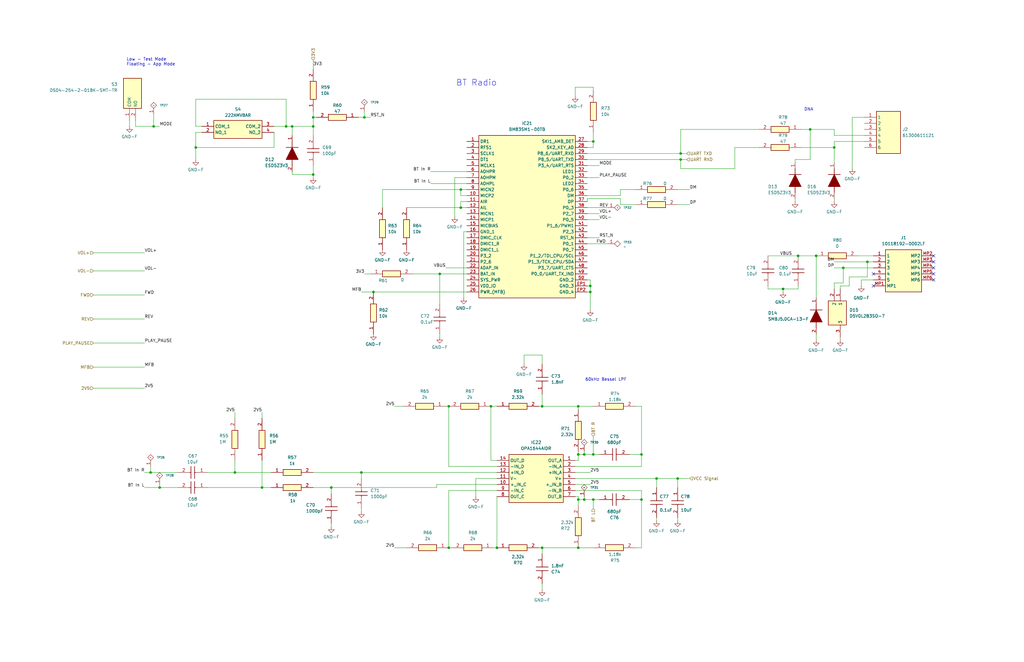
<source format=kicad_sch>
(kicad_sch (version 20231120) (generator "eeschema") (generator_version "8.0")
  (paper "B")
  (title_block (title "Audio System") (date "2025-02-06") (rev "P1") (company "Wolfe Engineering"))
  (junction (at 341.63 54.61))
  (junction (at 243.84 191.77))
  (junction (at 99.06 199.39))
  (junction (at 189.23 231.14))
  (junction (at 270.51 210.82))
  (junction (at 285.75 201.93))
  (junction (at 248.92 123.19))
  (junction (at 351.79 62.23))
  (junction (at 276.86 201.93))
  (junction (at 246.38 191.77))
  (junction (at 194.31 87.63))
  (junction (at 250.19 210.82))
  (junction (at 63.5 199.39))
  (junction (at 243.84 171.45))
  (junction (at 287.02 67.31))
  (junction (at 344.17 107.95))
  (junction (at 228.6 171.45))
  (junction (at 64.77 53.34))
  (junction (at 207.01 171.45))
  (junction (at 157.48 123.19))
  (junction (at 120.65 53.34))
  (junction (at 82.55 62.23))
  (junction (at 153.67 49.53))
  (junction (at 243.84 210.82))
  (junction (at 132.08 73.66))
  (junction (at 123.19 53.34))
  (junction (at 139.7 205.74))
  (junction (at 132.08 53.34))
  (junction (at 365.76 110.49))
  (junction (at 152.4 199.39))
  (junction (at 330.2 121.92))
  (junction (at 209.55 231.14))
  (junction (at 189.23 171.45))
  (junction (at 185.42 115.57))
  (junction (at 270.51 191.77))
  (junction (at 67.31 205.74))
  (junction (at 243.84 231.14))
  (junction (at 248.92 120.65))
  (junction (at 250.19 59.69))
  (junction (at 194.31 80.01))
  (junction (at 228.6 231.14))
  (junction (at 110.49 205.74))
  (junction (at 132.08 49.53))
  (junction (at 355.6 113.03))
  (junction (at 250.19 191.77))
  (junction (at 246.38 210.82))
  (junction (at 287.02 64.77))
  (junction (at 336.55 107.95))
  (no_connect (at 368.3 115.57))
  (no_connect (at 393.7 107.95))
  (no_connect (at 368.3 120.65))
  (no_connect (at 393.7 110.49))
  (no_connect (at 393.7 118.11))
  (no_connect (at 393.7 115.57))
  (no_connect (at 393.7 113.03))
  (wire (pts (xy 351.79 62.23) (xy 351.79 68.58)))
  (wire (pts (xy 171.45 87.63) (xy 194.31 87.63)))
  (wire (pts (xy 267.97 171.45) (xy 270.51 171.45)))
  (wire (pts (xy 39.37 144.78) (xy 60.96 144.78)))
  (wire (pts (xy 243.84 191.77) (xy 246.38 191.77)))
  (wire (pts (xy 194.31 80.01) (xy 161.29 80.01)))
  (wire (pts (xy 209.55 201.93) (xy 200.66 201.93)))
  (wire (pts (xy 227.33 171.45) (xy 228.6 171.45)))
  (wire (pts (xy 82.55 62.23) (xy 82.55 67.31)))
  (wire (pts (xy 285.75 218.44) (xy 285.75 219.71)))
  (wire (pts (xy 153.67 46.99) (xy 153.67 49.53)))
  (wire (pts (xy 228.6 231.14) (xy 228.6 233.68)))
  (wire (pts (xy 336.55 107.95) (xy 344.17 107.95)))
  (wire (pts (xy 99.06 194.31) (xy 99.06 199.39)))
  (wire (pts (xy 123.19 53.34) (xy 132.08 53.34)))
  (wire (pts (xy 290.83 80.01) (xy 285.75 80.01)))
  (wire (pts (xy 248.92 123.19) (xy 248.92 130.81)))
  (wire (pts (xy 243.84 190.5) (xy 243.84 191.77)))
  (wire (pts (xy 250.19 210.82) (xy 252.73 210.82)))
  (wire (pts (xy 152.4 199.39) (xy 152.4 201.93)))
  (wire (pts (xy 39.37 106.68) (xy 60.96 106.68)))
  (wire (pts (xy 247.65 83.82) (xy 247.65 85.09)))
  (wire (pts (xy 132.08 73.66) (xy 132.08 69.85)))
  (wire (pts (xy 330.2 121.92) (xy 330.2 123.19)))
  (wire (pts (xy 341.63 54.61) (xy 337.82 54.61)))
  (wire (pts (xy 207.01 194.31) (xy 209.55 194.31)))
  (wire (pts (xy 152.4 214.63) (xy 152.4 215.9)))
  (wire (pts (xy 243.84 191.77) (xy 243.84 194.31)))
  (wire (pts (xy 276.86 218.44) (xy 276.86 219.71)))
  (wire (pts (xy 270.51 207.01) (xy 242.57 207.01)))
  (wire (pts (xy 242.57 194.31) (xy 243.84 194.31)))
  (wire (pts (xy 247.65 74.93) (xy 252.73 74.93)))
  (wire (pts (xy 181.61 72.39) (xy 196.85 72.39)))
  (wire (pts (xy 335.28 68.58) (xy 335.28 67.31)))
  (wire (pts (xy 309.88 71.12) (xy 287.02 71.12)))
  (wire (pts (xy 351.79 59.69) (xy 351.79 62.23)))
  (wire (pts (xy 270.51 171.45) (xy 270.51 191.77)))
  (wire (pts (xy 185.42 115.57) (xy 185.42 128.27)))
  (wire (pts (xy 351.79 62.23) (xy 337.82 62.23)))
  (wire (pts (xy 189.23 207.01) (xy 189.23 231.14)))
  (wire (pts (xy 243.84 171.45) (xy 250.19 171.45)))
  (wire (pts (xy 261.62 86.36) (xy 267.97 86.36)))
  (wire (pts (xy 365.76 110.49) (xy 368.3 110.49)))
  (wire (pts (xy 361.95 107.95) (xy 368.3 107.95)))
  (wire (pts (xy 323.85 107.95) (xy 336.55 107.95)))
  (wire (pts (xy 39.37 124.46) (xy 60.96 124.46)))
  (wire (pts (xy 248.92 118.11) (xy 248.92 120.65)))
  (wire (pts (xy 132.08 53.34) (xy 132.08 57.15)))
  (wire (pts (xy 227.33 231.14) (xy 228.6 231.14)))
  (wire (pts (xy 250.19 210.82) (xy 250.19 214.63)))
  (wire (pts (xy 228.6 171.45) (xy 243.84 171.45)))
  (wire (pts (xy 250.19 59.69) (xy 250.19 55.88)))
  (wire (pts (xy 67.31 204.47) (xy 67.31 205.74)))
  (wire (pts (xy 187.96 171.45) (xy 189.23 171.45)))
  (wire (pts (xy 60.96 199.39) (xy 63.5 199.39)))
  (wire (pts (xy 173.99 115.57) (xy 185.42 115.57)))
  (wire (pts (xy 228.6 166.37) (xy 228.6 171.45)))
  (wire (pts (xy 247.65 64.77) (xy 287.02 64.77)))
  (wire (pts (xy 247.65 62.23) (xy 250.19 62.23)))
  (wire (pts (xy 250.19 62.23) (xy 250.19 59.69)))
  (wire (pts (xy 276.86 201.93) (xy 285.75 201.93)))
  (wire (pts (xy 247.65 123.19) (xy 248.92 123.19)))
  (wire (pts (xy 195.58 97.79) (xy 195.58 125.73)))
  (wire (pts (xy 341.63 67.31) (xy 341.63 54.61)))
  (wire (pts (xy 351.79 113.03) (xy 355.6 113.03)))
  (wire (pts (xy 248.92 120.65) (xy 248.92 123.19)))
  (wire (pts (xy 247.65 118.11) (xy 248.92 118.11)))
  (wire (pts (xy 189.23 207.01) (xy 209.55 207.01)))
  (wire (pts (xy 82.55 41.91) (xy 120.65 41.91)))
  (wire (pts (xy 247.65 102.87) (xy 256.54 102.87)))
  (wire (pts (xy 261.62 80.01) (xy 267.97 80.01)))
  (wire (pts (xy 60.96 205.74) (xy 67.31 205.74)))
  (wire (pts (xy 63.5 196.85) (xy 63.5 199.39)))
  (wire (pts (xy 152.4 199.39) (xy 209.55 199.39)))
  (wire (pts (xy 189.23 196.85) (xy 209.55 196.85)))
  (wire (pts (xy 228.6 149.86) (xy 220.98 149.86)))
  (wire (pts (xy 139.7 205.74) (xy 132.08 205.74)))
  (wire (pts (xy 152.4 123.19) (xy 157.48 123.19)))
  (wire (pts (xy 354.33 142.24) (xy 354.33 143.51)))
  (wire (pts (xy 196.85 80.01) (xy 194.31 80.01)))
  (wire (pts (xy 133.35 49.53) (xy 132.08 49.53)))
  (wire (pts (xy 351.79 59.69) (xy 364.49 59.69)))
  (wire (pts (xy 323.85 121.92) (xy 330.2 121.92)))
  (wire (pts (xy 54.61 50.8) (xy 54.61 53.34)))
  (wire (pts (xy 336.55 120.65) (xy 336.55 121.92)))
  (wire (pts (xy 242.57 36.83) (xy 250.19 36.83)))
  (wire (pts (xy 153.67 115.57) (xy 156.21 115.57)))
  (wire (pts (xy 200.66 201.93) (xy 200.66 209.55)))
  (wire (pts (xy 82.55 53.34) (xy 82.55 41.91)))
  (wire (pts (xy 39.37 163.83) (xy 60.96 163.83)))
  (wire (pts (xy 335.28 67.31) (xy 341.63 67.31)))
  (wire (pts (xy 185.42 140.97) (xy 185.42 142.24)))
  (wire (pts (xy 194.31 82.55) (xy 194.31 80.01)))
  (wire (pts (xy 132.08 74.93) (xy 132.08 73.66)))
  (wire (pts (xy 132.08 46.99) (xy 132.08 49.53)))
  (wire (pts (xy 247.65 90.17) (xy 252.73 90.17)))
  (wire (pts (xy 189.23 171.45) (xy 189.23 196.85)))
  (wire (pts (xy 247.65 82.55) (xy 261.62 82.55)))
  (wire (pts (xy 287.02 64.77) (xy 289.56 64.77)))
  (wire (pts (xy 309.88 62.23) (xy 320.04 62.23)))
  (wire (pts (xy 132.08 25.4) (xy 132.08 29.21)))
  (wire (pts (xy 196.85 85.09) (xy 194.31 85.09)))
  (wire (pts (xy 64.77 48.26) (xy 64.77 53.34)))
  (wire (pts (xy 153.67 49.53) (xy 156.21 49.53)))
  (wire (pts (xy 270.51 210.82) (xy 270.51 207.01)))
  (wire (pts (xy 110.49 173.99) (xy 110.49 176.53)))
  (wire (pts (xy 82.55 55.88) (xy 85.09 55.88)))
  (wire (pts (xy 161.29 80.01) (xy 161.29 87.63)))
  (wire (pts (xy 247.65 87.63) (xy 256.54 87.63)))
  (wire (pts (xy 344.17 140.97) (xy 344.17 143.51)))
  (wire (pts (xy 123.19 73.66) (xy 132.08 73.66)))
  (wire (pts (xy 365.76 116.84) (xy 365.76 110.49)))
  (wire (pts (xy 184.15 205.74) (xy 139.7 205.74)))
  (wire (pts (xy 261.62 83.82) (xy 247.65 83.82)))
  (wire (pts (xy 359.41 49.53) (xy 359.41 71.12)))
  (wire (pts (xy 243.84 231.14) (xy 250.19 231.14)))
  (wire (pts (xy 248.92 199.39) (xy 242.57 199.39)))
  (wire (pts (xy 184.15 204.47) (xy 184.15 205.74)))
  (wire (pts (xy 243.84 213.36) (xy 243.84 210.82)))
  (wire (pts (xy 242.57 204.47) (xy 248.92 204.47)))
  (wire (pts (xy 246.38 210.82) (xy 250.19 210.82)))
  (wire (pts (xy 351.79 110.49) (xy 365.76 110.49)))
  (wire (pts (xy 64.77 53.34) (xy 67.31 53.34)))
  (wire (pts (xy 358.14 116.84) (xy 365.76 116.84)))
  (wire (pts (xy 242.57 40.64) (xy 242.57 36.83)))
  (wire (pts (xy 287.02 71.12) (xy 287.02 67.31)))
  (wire (pts (xy 228.6 246.38) (xy 228.6 248.92)))
  (wire (pts (xy 247.65 59.69) (xy 250.19 59.69)))
  (wire (pts (xy 110.49 205.74) (xy 114.3 205.74)))
  (wire (pts (xy 252.73 191.77) (xy 250.19 191.77)))
  (wire (pts (xy 57.15 53.34) (xy 64.77 53.34)))
  (wire (pts (xy 358.14 120.65) (xy 358.14 116.84)))
  (wire (pts (xy 132.08 199.39) (xy 152.4 199.39)))
  (wire (pts (xy 87.63 199.39) (xy 99.06 199.39)))
  (wire (pts (xy 209.55 204.47) (xy 184.15 204.47)))
  (wire (pts (xy 151.13 49.53) (xy 153.67 49.53)))
  (wire (pts (xy 196.85 115.57) (xy 185.42 115.57)))
  (wire (pts (xy 242.57 201.93) (xy 276.86 201.93)))
  (wire (pts (xy 181.61 77.47) (xy 196.85 77.47)))
  (wire (pts (xy 191.77 91.44) (xy 191.77 74.93)))
  (wire (pts (xy 247.65 100.33) (xy 252.73 100.33)))
  (wire (pts (xy 209.55 209.55) (xy 209.55 231.14)))
  (wire (pts (xy 246.38 191.77) (xy 250.19 191.77)))
  (wire (pts (xy 243.84 210.82) (xy 246.38 210.82)))
  (wire (pts (xy 351.79 57.15) (xy 364.49 57.15)))
  (wire (pts (xy 123.19 72.39) (xy 123.19 73.66)))
  (wire (pts (xy 351.79 57.15) (xy 351.79 54.61)))
  (wire (pts (xy 344.17 107.95) (xy 344.17 125.73)))
  (wire (pts (xy 276.86 201.93) (xy 276.86 205.74)))
  (wire (pts (xy 99.06 199.39) (xy 114.3 199.39)))
  (wire (pts (xy 363.22 118.11) (xy 363.22 120.65)))
  (wire (pts (xy 246.38 209.55) (xy 246.38 210.82)))
  (wire (pts (xy 115.57 62.23) (xy 82.55 62.23)))
  (wire (pts (xy 247.65 69.85) (xy 252.73 69.85)))
  (wire (pts (xy 195.58 97.79) (xy 196.85 97.79)))
  (wire (pts (xy 246.38 190.5) (xy 246.38 191.77)))
  (wire (pts (xy 270.51 210.82) (xy 270.51 231.14)))
  (wire (pts (xy 351.79 119.38) (xy 355.6 119.38)))
  (wire (pts (xy 115.57 55.88) (xy 115.57 62.23)))
  (wire (pts (xy 63.5 199.39) (xy 74.93 199.39)))
  (wire (pts (xy 285.75 201.93) (xy 285.75 205.74)))
  (wire (pts (xy 287.02 54.61) (xy 320.04 54.61)))
  (wire (pts (xy 39.37 134.62) (xy 60.96 134.62)))
  (wire (pts (xy 220.98 149.86) (xy 220.98 153.67)))
  (wire (pts (xy 120.65 41.91) (xy 120.65 53.34)))
  (wire (pts (xy 39.37 114.3) (xy 60.96 114.3)))
  (wire (pts (xy 157.48 123.19) (xy 196.85 123.19)))
  (wire (pts (xy 287.02 54.61) (xy 287.02 64.77)))
  (wire (pts (xy 265.43 210.82) (xy 270.51 210.82)))
  (wire (pts (xy 207.01 171.45) (xy 209.55 171.45)))
  (wire (pts (xy 355.6 113.03) (xy 368.3 113.03)))
  (wire (pts (xy 87.63 205.74) (xy 110.49 205.74)))
  (wire (pts (xy 194.31 87.63) (xy 196.85 87.63)))
  (wire (pts (xy 247.65 120.65) (xy 248.92 120.65)))
  (wire (pts (xy 335.28 83.82) (xy 335.28 85.09)))
  (wire (pts (xy 228.6 153.67) (xy 228.6 149.86)))
  (wire (pts (xy 351.79 54.61) (xy 341.63 54.61)))
  (wire (pts (xy 85.09 53.34) (xy 82.55 53.34)))
  (wire (pts (xy 120.65 53.34) (xy 123.19 53.34)))
  (wire (pts (xy 123.19 53.34) (xy 123.19 57.15)))
  (wire (pts (xy 189.23 231.14) (xy 190.5 231.14)))
  (wire (pts (xy 166.37 171.45) (xy 170.18 171.45)))
  (wire (pts (xy 57.15 50.8) (xy 57.15 53.34)))
  (wire (pts (xy 82.55 55.88) (xy 82.55 62.23)))
  (wire (pts (xy 39.37 154.94) (xy 60.96 154.94)))
  (wire (pts (xy 110.49 194.31) (xy 110.49 205.74)))
  (wire (pts (xy 67.31 205.74) (xy 74.93 205.74)))
  (wire (pts (xy 330.2 121.92) (xy 336.55 121.92)))
  (wire (pts (xy 265.43 191.77) (xy 270.51 191.77)))
  (wire (pts (xy 285.75 201.93) (xy 290.83 201.93)))
  (wire (pts (xy 285.75 86.36) (xy 290.83 86.36)))
  (wire (pts (xy 250.19 184.15) (xy 250.19 191.77)))
  (wire (pts (xy 187.96 113.03) (xy 196.85 113.03)))
  (wire (pts (xy 364.49 49.53) (xy 359.41 49.53)))
  (wire (pts (xy 132.08 49.53) (xy 132.08 53.34)))
  (wire (pts (xy 196.85 74.93) (xy 191.77 74.93)))
  (wire (pts (xy 351.79 83.82) (xy 351.79 85.09)))
  (wire (pts (xy 207.01 171.45) (xy 207.01 194.31)))
  (wire (pts (xy 358.14 120.65) (xy 354.33 120.65)))
  (wire (pts (xy 228.6 231.14) (xy 243.84 231.14)))
  (wire (pts (xy 261.62 86.36) (xy 261.62 83.82)))
  (wire (pts (xy 166.37 231.14) (xy 171.45 231.14)))
  (wire (pts (xy 270.51 196.85) (xy 242.57 196.85)))
  (wire (pts (xy 287.02 67.31) (xy 289.56 67.31)))
  (wire (pts (xy 243.84 171.45) (xy 243.84 172.72)))
  (wire (pts (xy 354.33 120.65) (xy 354.33 121.92)))
  (wire (pts (xy 247.65 92.71) (xy 252.73 92.71)))
  (wire (pts (xy 267.97 231.14) (xy 270.51 231.14)))
  (wire (pts (xy 270.51 191.77) (xy 270.51 196.85)))
  (wire (pts (xy 323.85 120.65) (xy 323.85 121.92)))
  (wire (pts (xy 139.7 220.98) (xy 139.7 222.25)))
  (wire (pts (xy 99.06 176.53) (xy 99.06 173.99)))
  (wire (pts (xy 208.28 231.14) (xy 209.55 231.14)))
  (wire (pts (xy 115.57 53.34) (xy 120.65 53.34)))
  (wire (pts (xy 309.88 62.23) (xy 309.88 71.12)))
  (wire (pts (xy 243.84 209.55) (xy 242.57 209.55)))
  (wire (pts (xy 194.31 85.09) (xy 194.31 87.63)))
  (wire (pts (xy 196.85 82.55) (xy 194.31 82.55)))
  (wire (pts (xy 351.79 119.38) (xy 351.79 121.92)))
  (wire (pts (xy 261.62 82.55) (xy 261.62 80.01)))
  (wire (pts (xy 368.3 118.11) (xy 363.22 118.11)))
  (wire (pts (xy 250.19 36.83) (xy 250.19 38.1)))
  (wire (pts (xy 139.7 208.28) (xy 139.7 205.74)))
  (wire (pts (xy 355.6 119.38) (xy 355.6 113.03)))
  (wire (pts (xy 247.65 67.31) (xy 287.02 67.31)))
  (wire (pts (xy 243.84 210.82) (xy 243.84 209.55)))
  (text "Low - Test Mode\nFloating - App Mode" (at 53.34 27.94 0) (effects (font (size 1.27 1.27)) (justify left bottom)))
  (text "BT Radio" (at 200.914 35.052 0) (effects (font (size 2.54 2.54))))
  (text "60kHz Bessel LPF" (at 255.524 160.274 0) (effects (font (size 1.27 1.27))))
  (text "DNA\n" (at 339.09 46.99 0) (effects (font (size 1.27 1.27)) (justify left bottom)))
  (label "DM" (at 351.79 110.49 180))
  (label "MFB" (at 60.96 154.94 0))
  (label "3V3" (at 132.08 27.94 0))
  (label "DP" (at 351.79 113.03 180))
  (label "2V5" (at 60.96 163.83 0))
  (label "VBUS" (at 187.96 113.03 180))
  (label "FWD" (at 251.46 102.87 0))
  (label "VOL+" (at 60.96 106.68 0))
  (label "VOL-" (at 60.96 114.3 0))
  (label "DM" (at 290.83 80.01 0))
  (label "MODE" (at 252.73 69.85 0))
  (label "REV" (at 60.96 134.62 0))
  (label "MODE" (at 67.31 53.34 0))
  (label "VOL-" (at 252.73 92.71 0))
  (label "PLAY_PAUSE" (at 60.96 144.78 0))
  (label "RST_N" (at 252.73 100.33 0))
  (label "VBUS" (at 334.01 107.95 180))
  (label "REV" (at 252.73 87.63 0))
  (label "3V3" (at 153.67 115.57 180))
  (label "BT In L" (at 60.96 205.74 180))
  (label "RST_N" (at 156.21 49.53 0))
  (label "2V5" (at 166.37 171.45 180))
  (label "PLAY_PAUSE" (at 252.73 74.93 0))
  (label "BT In R" (at 60.96 199.39 180))
  (label "BT In R" (at 181.61 72.39 180))
  (label "VOL+" (at 252.73 90.17 0))
  (label "BT In L" (at 181.61 77.47 180))
  (label "FWD" (at 60.96 124.46 0))
  (label "2V5" (at 166.37 231.14 180))
  (label "2V5" (at 248.92 204.47 0))
  (label "2V5" (at 110.49 173.99 180))
  (label "DP" (at 290.83 86.36 0))
  (label "MFB" (at 152.4 123.19 180))
  (label "2V5" (at 99.06 173.99 180))
  (label "2V5" (at 248.92 199.39 0))
  (hierarchical_label "REV" (shape input) (at 39.37 134.62 180))
  (hierarchical_label "UART TXD" (shape input) (at 289.56 64.77 0))
  (hierarchical_label "FWD" (shape input) (at 39.37 124.46 180))
  (hierarchical_label "2V5" (shape input) (at 39.37 163.83 180))
  (hierarchical_label "UART RXD" (shape input) (at 289.56 67.31 0))
  (hierarchical_label "BT L" (shape input) (at 250.19 214.63 270))
  (hierarchical_label "VOL-" (shape input) (at 39.37 114.3 180))
  (hierarchical_label "VOL+" (shape input) (at 39.37 106.68 180))
  (hierarchical_label "3V3" (shape input) (at 132.08 25.4 90))
  (hierarchical_label "BT R" (shape input) (at 250.19 184.15 90))
  (hierarchical_label "PLAY_PAUSE" (shape input) (at 39.37 144.78 180))
  (hierarchical_label "MFB" (shape input) (at 39.37 154.94 180))
  (hierarchical_label "VCC Signal" (shape input) (at 290.83 201.93 0))
  (symbol (lib_id "Audio System:222AMVBAR") (at 85.09 53.34 0) (unit 1)
    (property "Reference" "S4" (at 100.33 46.101 0))
    (property "Value" "222AMVBAR" (at 100.33 48.641 0))
    (property "Footprint" "1 Audio Amp:222AMVBAR" (effects (hide yes)))
    (property "Datasheet" "https://www.ctscorp.com/wp-content/uploads/222A.pdf" (effects (hide yes)))
    (property "Height" "5.2" (effects (hide yes)))
    (property "Manufacturer_Name" "CTS" (effects (hide yes)))
    (property "Manufacturer_Part_Number" "222AMVBAR" (effects (hide yes)))
    (property "Mouser Part Number" "774-222AMVBAR" (effects (hide yes)))
    (property "Mouser Price/Stock" "https://www.mouser.co.uk/ProductDetail/CTS-Electronic-Components/222AMVBAR?qs=%252BiOMRfgENTH99oc01%252BgePw%3D%3D" (effects (hide yes)))
    (property "Arrow Part Number" "222AMVBAR" (effects (hide yes)))
    (property "Arrow Price/Stock" "https://www.arrow.com/en/products/222amvbar/cts" (effects (hide yes)))
  )
  (symbol (lib_id "Audio System:TP") (at 246.38 186.69 0) (unit 1) (exclude_from_sim yes) (in_bom no)
    (property "Reference" "TP30" (at 248.92 186.6899 0) (effects (font (size 0.9 0.9)) (justify left)))
    (property "Value" "~" (at 246.38 186.69 0))
    (property "Footprint" "1 Audio Amp:TP" (effects (hide yes)))
  )
  (symbol (lib_id "Audio System:DS04-254-2-01BK-SMT-TR") (at 57.15 50.8 270) (mirror x) (unit 1)
    (property "Reference" "S3" (at 49.53 35.56 90) (effects (justify right)))
    (property "Value" "DS04-254-2-01BK-SMT-TR" (at 49.53 38.1 90) (effects (justify right)))
    (property "Footprint" "1 Audio Amp:DS04254201BKSMTTR" (effects (hide yes)))
    (property "Datasheet" "https://www.cuidevices.com/product/resource/supplyframepdf/ds04-254-smt.pdf" (effects (hide yes)))
    (property "Height" "4.3" (effects (hide yes)))
    (property "Manufacturer_Name" "CUI Devices" (effects (hide yes)))
    (property "Manufacturer_Part_Number" "DS04-254-2-01BK-SMT-TR" (effects (hide yes)))
    (property "Mouser Part Number" "490-DS04254201BK-STR" (effects (hide yes)))
    (property "Mouser Price/Stock" "https://www.mouser.co.uk/ProductDetail/CUI-Devices/DS04-254-2-01BK-SMT-TR?qs=wnTfsH77Xs4xXRFXKF0ssg%3D%3D" (effects (hide yes)))
    (property "Arrow Part Number" "DS04-254-2-01BK-SMT-TR" (effects (hide yes)))
    (property "Arrow Price/Stock" "https://www.arrow.com/en/products/ds04-254-2-01bk-smt-tr/cui-devices?region=europe" (effects (hide yes)))
  )
  (symbol (lib_id "Audio System:TP") (at 153.67 43.18 0) (unit 1) (exclude_from_sim yes) (in_bom no)
    (property "Reference" "TP29" (at 156.21 43.1799 0) (effects (font (size 0.9 0.9)) (justify left)))
    (property "Value" "~" (at 153.67 43.18 0))
    (property "Footprint" "1 Audio Amp:TP" (effects (hide yes)))
  )
  (symbol (lib_name "GND_2") (lib_id "power:GND") (at 139.7 222.25 0) (unit 1)
    (property "Reference" "#PWR090" (effects (hide yes)))
    (property "Value" "GND-F" (at 139.7 226.568 0))
  )
  (symbol (lib_id "Audio System:CC0603KRX7R7BB104") (at 336.55 120.65 90) (unit 1)
    (property "Reference" "C80" (at 328.422 113.03 90) (effects (justify right)))
    (property "Value" "0.1uF" (at 328.422 115.57 90) (effects (justify right)))
    (property "Footprint" "1 Audio Amp:CAPC1608X90N" (effects (hide yes)))
    (property "Datasheet" "https://www.yageo.com/en/Chart/Download/pdf/CC0603KRX7R7BB104" (effects (hide yes)))
    (property "Height" "0.9" (effects (hide yes)))
    (property "Manufacturer_Name" "YAGEO" (effects (hide yes)))
    (property "Manufacturer_Part_Number" "CC0603KRX7R7BB104" (effects (hide yes)))
    (property "Mouser Part Number" "603-CC603KRX7R7BB104" (effects (hide yes)))
    (property "Mouser Price/Stock" "https://www.mouser.co.uk/ProductDetail/YAGEO/CC0603KRX7R7BB104?qs=AgBp2OyFlx8KPmNTlFoWXA%3D%3D" (effects (hide yes)))
    (property "Arrow Part Number" "CC0603KRX7R7BB104" (effects (hide yes)))
    (property "Arrow Price/Stock" "https://www.arrow.com/en/products/cc0603krx7r7bb104/yageo?region=europe" (effects (hide yes)))
  )
  (symbol (lib_name "GND_2") (lib_id "power:GND") (at 354.33 143.51 0) (unit 1)
    (property "Reference" "#PWR0126" (effects (hide yes)))
    (property "Value" "GND-F" (at 354.33 147.828 0))
  )
  (symbol (lib_id "Audio System:RC0603FR-0710KL") (at 250.19 55.88 90) (unit 1)
    (property "Reference" "R73" (at 253.365 45.72 90) (effects (justify right)))
    (property "Value" "10k" (at 253.365 48.26 90) (effects (justify right)))
    (property "Footprint" "1 Audio Amp:RESC1608X55N" (effects (hide yes)))
    (property "Datasheet" "http://www.yageo.com/documents/recent/PYu-RC0603_51_RoHS_L_v5.pdf" (effects (hide yes)))
    (property "Height" "0.55" (effects (hide yes)))
    (property "Manufacturer_Name" "KEMET" (effects (hide yes)))
    (property "Manufacturer_Part_Number" "RC0603FR-0710KL" (effects (hide yes)))
    (property "Mouser Part Number" "603-RC0603FR-0710KL" (effects (hide yes)))
    (property "Mouser Price/Stock" "https://www.mouser.co.uk/ProductDetail/YAGEO/RC0603FR-0710KL?qs=grNVn54RoB%252B3GtjbJj3wJQ%3D%3D" (effects (hide yes)))
    (property "Arrow Part Number" "RC0603FR-0710KL" (effects (hide yes)))
    (property "Arrow Price/Stock" "https://www.arrow.com/en/products/rc0603fr-0710kl/yageo?region=nac" (effects (hide yes)))
  )
  (symbol (lib_name "GND_2") (lib_id "power:GND") (at 351.79 85.09 0) (unit 1)
    (property "Reference" "#PWR0122" (effects (hide yes)))
    (property "Value" "GND-F" (at 351.79 89.408 0))
  )
  (symbol (lib_id "Audio System:RC0603FR-0747RL") (at 151.13 49.53 180) (unit 1)
    (property "Reference" "R60" (at 142.24 44.45 0))
    (property "Value" "47" (at 142.24 46.99 0))
    (property "Footprint" "1 Audio Amp:RESC1608X55N" (effects (hide yes)))
    (property "Datasheet" "http://www.yageo.com/documents/recent/PYu-RC0603_51_RoHS_L_v5.pdf" (effects (hide yes)))
    (property "Height" "0.55" (effects (hide yes)))
    (property "Manufacturer_Name" "KEMET" (effects (hide yes)))
    (property "Manufacturer_Part_Number" "RC0603FR-0747RL" (effects (hide yes)))
    (property "Mouser Part Number" "603-RC0603FR-0747RL" (effects (hide yes)))
    (property "Mouser Price/Stock" "https://www.mouser.co.uk/ProductDetail/Yageo/RC0603FR-0747RL?qs=gt6vzsuosg01atWshW8qCA%3D%3D" (effects (hide yes)))
    (property "Arrow Part Number" "RC0603FR-0747RL" (effects (hide yes)))
    (property "Arrow Price/Stock" "http://www.arrow.com/en/products/rc0603fr-0747rl/yageo" (effects (hide yes)))
  )
  (symbol (lib_id "Audio System:61300611121") (at 364.49 49.53 0) (unit 1)
    (property "Reference" "J2" (at 380.492 54.61 0) (effects (justify left)))
    (property "Value" "61300611121" (at 380.492 57.15 0) (effects (justify left)))
    (property "Footprint" "1 Audio Amp:HDRV6W64P0X254_1X6_1524X254X869P" (effects (hide yes)))
    (property "Datasheet" "https://componentsearchengine.com/Datasheets/2/61300611121.pdf" (effects (hide yes)))
    (property "Height" "8.69" (effects (hide yes)))
    (property "Manufacturer_Name" "Wurth Elektronik" (effects (hide yes)))
    (property "Manufacturer_Part_Number" "61300611121" (effects (hide yes)))
    (property "Mouser Part Number" "710-61300611121" (effects (hide yes)))
    (property "Mouser Price/Stock" "https://www.mouser.co.uk/ProductDetail/Wurth-Elektronik/61300611121?qs=t4813l51qx%2FRpdf0Kp1HlQ%3D%3D" (effects (hide yes)))
  )
  (symbol (lib_name "GND_2") (lib_id "power:GND") (at 195.58 125.73 0) (unit 1)
    (property "Reference" "#PWR0113" (effects (hide yes)))
    (property "Value" "GND-F" (at 195.58 130.048 0))
  )
  (symbol (lib_id "Audio System:RC0603FR-0710KL") (at 132.08 46.99 90) (unit 1)
    (property "Reference" "R59" (at 135.255 36.83 90) (effects (justify right)))
    (property "Value" "10k" (at 135.255 39.37 90) (effects (justify right)))
    (property "Footprint" "1 Audio Amp:RESC1608X55N" (effects (hide yes)))
    (property "Datasheet" "http://www.yageo.com/documents/recent/PYu-RC0603_51_RoHS_L_v5.pdf" (effects (hide yes)))
    (property "Height" "0.55" (effects (hide yes)))
    (property "Manufacturer_Name" "KEMET" (effects (hide yes)))
    (property "Manufacturer_Part_Number" "RC0603FR-0710KL" (effects (hide yes)))
    (property "Mouser Part Number" "603-RC0603FR-0710KL" (effects (hide yes)))
    (property "Mouser Price/Stock" "https://www.mouser.co.uk/ProductDetail/YAGEO/RC0603FR-0710KL?qs=grNVn54RoB%252B3GtjbJj3wJQ%3D%3D" (effects (hide yes)))
    (property "Arrow Part Number" "RC0603FR-0710KL" (effects (hide yes)))
    (property "Arrow Price/Stock" "https://www.arrow.com/en/products/rc0603fr-0710kl/yageo?region=nac" (effects (hide yes)))
  )
  (symbol (lib_id "Audio System:TP") (at 67.31 200.66 0) (unit 1) (exclude_from_sim yes) (in_bom no)
    (property "Reference" "TP28" (at 69.85 200.6599 0) (effects (font (size 0.9 0.9)) (justify left)))
    (property "Value" "~" (at 67.31 200.66 0))
    (property "Footprint" "1 Audio Amp:TP" (effects (hide yes)))
  )
  (symbol (lib_id "Audio System:D5V0L2B3SO-7") (at 354.33 121.92 270) (unit 1)
    (property "Reference" "D15" (at 358.14 130.81 90) (effects (justify left)))
    (property "Value" "D5V0L2B3SO-7" (at 358.14 133.35 90) (effects (justify left)))
    (property "Footprint" "1 Audio Amp:SOT96P240X110-3N" (effects (hide yes)))
    (property "Datasheet" "https://www.diodes.com//assets/Datasheets/D5V0L2B3SO.pdf" (effects (hide yes)))
    (property "Height" "1.1" (effects (hide yes)))
    (property "Manufacturer_Name" "Diodes Incorporated" (effects (hide yes)))
    (property "Manufacturer_Part_Number" "D5V0L2B3SO-7" (effects (hide yes)))
    (property "Mouser Part Number" "621-D5V0L2B3SO-7" (effects (hide yes)))
    (property "Mouser Price/Stock" "https://www.mouser.co.uk/ProductDetail/Diodes-Incorporated/D5V0L2B3SO-7?qs=gfe7vQ8txpUquk%252BAuXNSLw%3D%3D" (effects (hide yes)))
    (property "Arrow Part Number" "D5V0L2B3SO-7" (effects (hide yes)))
    (property "Arrow Price/Stock" "https://www.arrow.com/en/products/d5v0l2b3so-7/diodes-incorporated?region=nac" (effects (hide yes)))
  )
  (symbol (lib_name "GND_2") (lib_id "power:GND") (at 220.98 153.67 0) (unit 1)
    (property "Reference" "#PWR0116" (effects (hide yes)))
    (property "Value" "GND-F" (at 220.98 157.988 0))
  )
  (symbol (lib_name "GND_2") (lib_id "power:GND") (at 335.28 85.09 0) (unit 1)
    (property "Reference" "#PWR0121" (effects (hide yes)))
    (property "Value" "GND-F" (at 335.28 89.408 0))
  )
  (symbol (lib_name "GND_2") (lib_id "power:GND") (at 359.41 71.12 0) (unit 1)
    (property "Reference" "#PWR0123" (effects (hide yes)))
    (property "Value" "GND-F" (at 359.41 75.438 0))
  )
  (symbol (lib_id "Audio System:CC0603KRX7R7BB104") (at 185.42 140.97 90) (unit 1)
    (property "Reference" "C72" (at 177.292 133.35 90) (effects (justify right)))
    (property "Value" "0.1uF" (at 177.292 135.89 90) (effects (justify right)))
    (property "Footprint" "1 Audio Amp:CAPC1608X90N" (effects (hide yes)))
    (property "Datasheet" "https://www.yageo.com/en/Chart/Download/pdf/CC0603KRX7R7BB104" (effects (hide yes)))
    (property "Height" "0.9" (effects (hide yes)))
    (property "Manufacturer_Name" "YAGEO" (effects (hide yes)))
    (property "Manufacturer_Part_Number" "CC0603KRX7R7BB104" (effects (hide yes)))
    (property "Mouser Part Number" "603-CC603KRX7R7BB104" (effects (hide yes)))
    (property "Mouser Price/Stock" "https://www.mouser.co.uk/ProductDetail/YAGEO/CC0603KRX7R7BB104?qs=AgBp2OyFlx8KPmNTlFoWXA%3D%3D" (effects (hide yes)))
    (property "Arrow Part Number" "CC0603KRX7R7BB104" (effects (hide yes)))
    (property "Arrow Price/Stock" "https://www.arrow.com/en/products/cc0603krx7r7bb104/yageo?region=europe" (effects (hide yes)))
  )
  (symbol (lib_name "GND_13") (lib_id "power:GND") (at 363.22 120.65 0) (unit 1)
    (property "Reference" "#PWR0131" (effects (hide yes)))
    (property "Value" "GND-F" (at 363.22 125.73 0))
  )
  (symbol (lib_id "Audio System:GRM21BR61C106KE15K") (at 323.85 120.65 90) (unit 1)
    (property "Reference" "C79" (at 314.706 113.03 90) (effects (justify right)))
    (property "Value" "10uF" (at 314.706 115.57 90) (effects (justify right)))
    (property "Footprint" "1 Audio Amp:CAPC2012X145N" (effects (hide yes)))
    (property "Datasheet" "http://www.murata.com/~/media/webrenewal/support/library/catalog/products/capacitor/mlcc/c02e.pdf" (effects (hide yes)))
    (property "Height" "1.45" (effects (hide yes)))
    (property "Manufacturer_Name" "Murata Electronics" (effects (hide yes)))
    (property "Manufacturer_Part_Number" "GRM21BR61C106KE15K" (effects (hide yes)))
    (property "Mouser Part Number" "81-GRM21BR61C106KE5K" (effects (hide yes)))
    (property "Mouser Price/Stock" "https://www.mouser.co.uk/ProductDetail/Murata-Electronics/GRM21BR61C106KE15K?qs=h0WOCFF19ULjTOS37upAEw%3D%3D" (effects (hide yes)))
    (property "Arrow Part Number" "GRM21BR61C106KE15K" (effects (hide yes)))
    (property "Arrow Price/Stock" "https://www.arrow.com/en/products/grm21br61c106ke15k/murata-manufacturing?utm_currency=USD&region=nac" (effects (hide yes)))
  )
  (symbol (lib_id "Audio System:TP") (at 260.35 102.87 270) (unit 1) (exclude_from_sim yes) (in_bom no)
    (property "Reference" "TP33" (at 262.89 102.235 90) (effects (font (size 0.9 0.9)) (justify left)))
    (property "Value" "~" (at 262.89 104.14 90) (effects (justify left)))
    (property "Footprint" "1 Audio Amp:TP" (effects (hide yes)))
  )
  (symbol (lib_name "GND_2") (lib_id "power:GND") (at 191.77 91.44 0) (unit 1)
    (property "Reference" "#PWR0108" (effects (hide yes)))
    (property "Value" "GND-F" (at 191.77 95.758 0))
  )
  (symbol (lib_id "1 Audio Amp:885012006062") (at 252.73 210.82 0) (mirror x) (unit 1)
    (property "Reference" "C76" (at 259.08 218.44 0))
    (property "Value" "680pF" (at 259.08 215.9 0))
    (property "Footprint" "CAPC1608X87N" (effects (hide yes)))
    (property "Datasheet" "https://katalog.we-online.com/pbs/datasheet/885012006062.pdf" (effects (hide yes)))
    (property "Description" "Multilayer Ceramic Chip Capacitor WCAP-CSGP Series 0603 680pF NP00603681J050DFCT10000" (effects (hide yes)))
    (property "Height" "0.87" (effects (hide yes)))
    (property "Manufacturer_Name" "Wurth Elektronik" (effects (hide yes)))
    (property "Manufacturer_Part_Number" "885012006062" (effects (hide yes)))
    (property "Mouser Part Number" "710-885012006062" (effects (hide yes)))
    (property "Mouser Price/Stock" "https://www.mouser.co.uk/ProductDetail/Wurth-Elektronik/885012006062?qs=0KOYDY2FL291FiLYqNdpUQ%3D%3D" (effects (hide yes)))
  )
  (symbol (lib_id "1 Audio Amp:885012006062") (at 252.73 191.77 0) (unit 1)
    (property "Reference" "C75" (at 259.08 184.15 0))
    (property "Value" "680pF" (at 259.08 186.69 0))
    (property "Footprint" "CAPC1608X87N" (effects (hide yes)))
    (property "Datasheet" "https://katalog.we-online.com/pbs/datasheet/885012006062.pdf" (effects (hide yes)))
    (property "Description" "Multilayer Ceramic Chip Capacitor WCAP-CSGP Series 0603 680pF NP00603681J050DFCT10000" (effects (hide yes)))
    (property "Height" "0.87" (effects (hide yes)))
    (property "Manufacturer_Name" "Wurth Elektronik" (effects (hide yes)))
    (property "Manufacturer_Part_Number" "885012006062" (effects (hide yes)))
    (property "Mouser Part Number" "710-885012006062" (effects (hide yes)))
    (property "Mouser Price/Stock" "https://www.mouser.co.uk/ProductDetail/Wurth-Elektronik/885012006062?qs=0KOYDY2FL291FiLYqNdpUQ%3D%3D" (effects (hide yes)))
  )
  (symbol (lib_id "Audio System:GRM21BR61C106KE15K") (at 87.63 205.74 180) (unit 1)
    (property "Reference" "C68" (at 81.28 210.566 0))
    (property "Value" "10uF" (at 81.28 213.106 0))
    (property "Footprint" "1 Audio Amp:CAPC2012X145N" (effects (hide yes)))
    (property "Datasheet" "http://www.murata.com/~/media/webrenewal/support/library/catalog/products/capacitor/mlcc/c02e.pdf" (effects (hide yes)))
    (property "Height" "1.45" (effects (hide yes)))
    (property "Manufacturer_Name" "Murata Electronics" (effects (hide yes)))
    (property "Manufacturer_Part_Number" "GRM21BR61C106KE15K" (effects (hide yes)))
    (property "Mouser Part Number" "81-GRM21BR61C106KE5K" (effects (hide yes)))
    (property "Mouser Price/Stock" "https://www.mouser.co.uk/ProductDetail/Murata-Electronics/GRM21BR61C106KE15K?qs=h0WOCFF19ULjTOS37upAEw%3D%3D" (effects (hide yes)))
    (property "Arrow Part Number" "GRM21BR61C106KE15K" (effects (hide yes)))
    (property "Arrow Price/Stock" "https://www.arrow.com/en/products/grm21br61c106ke15k/murata-manufacturing?utm_currency=USD&region=nac" (effects (hide yes)))
  )
  (symbol (lib_name "GND_2") (lib_id "power:GND") (at 228.6 248.92 0) (unit 1)
    (property "Reference" "#PWR0117" (effects (hide yes)))
    (property "Value" "GND-F" (at 228.6 253.238 0))
  )
  (symbol (lib_id "1 Audio Amp:ERA-3AEB2321V") (at 209.55 231.14 0) (mirror x) (unit 1)
    (property "Reference" "R70" (at 218.44 237.49 0))
    (property "Value" "2.32k" (at 218.44 234.95 0))
    (property "Footprint" "ERA3AEB101V" (effects (hide yes)))
    (property "Datasheet" "https://industrial.panasonic.com/cdbs/www-data/pdf/RDM0000/AOA0000C307.pdf" (effects (hide yes)))
    (property "Description" "Thin Film Resistors - SMD 0603 2.32Kohm 0.1% 25ppm" (effects (hide yes)))
    (property "Height" "0.55" (effects (hide yes)))
    (property "Manufacturer_Name" "Panasonic" (effects (hide yes)))
    (property "Manufacturer_Part_Number" "ERA-3AEB2321V" (effects (hide yes)))
    (property "Mouser Part Number" "667-ERA-3AEB2321V" (effects (hide yes)))
    (property "Mouser Price/Stock" "http://www.mouser.com/Search/ProductDetail.aspx?qs=nuXzIS8loXHi3P3EqG%2f%2fKg%3d%3d" (effects (hide yes)))
  )
  (symbol (lib_name "GND_2") (lib_id "power:GND") (at 157.48 140.97 0) (unit 1)
    (property "Reference" "#PWR0111" (effects (hide yes)))
    (property "Value" "GND-F" (at 157.48 145.288 0))
  )
  (symbol (lib_id "Audio System:RC0603FR-0710KL") (at 161.29 105.41 90) (unit 1)
    (property "Reference" "R63" (at 163.576 95.25 90) (effects (justify right)))
    (property "Value" "10k" (at 163.576 97.79 90) (effects (justify right)))
    (property "Footprint" "1 Audio Amp:RESC1608X55N" (effects (hide yes)))
    (property "Datasheet" "http://www.yageo.com/documents/recent/PYu-RC0603_51_RoHS_L_v5.pdf" (effects (hide yes)))
    (property "Height" "0.55" (effects (hide yes)))
    (property "Manufacturer_Name" "KEMET" (effects (hide yes)))
    (property "Manufacturer_Part_Number" "RC0603FR-0710KL" (effects (hide yes)))
    (property "Mouser Part Number" "603-RC0603FR-0710KL" (effects (hide yes)))
    (property "Mouser Price/Stock" "https://www.mouser.co.uk/ProductDetail/YAGEO/RC0603FR-0710KL?qs=grNVn54RoB%252B3GtjbJj3wJQ%3D%3D" (effects (hide yes)))
    (property "Arrow Part Number" "RC0603FR-0710KL" (effects (hide yes)))
    (property "Arrow Price/Stock" "https://www.arrow.com/en/products/rc0603fr-0710kl/yageo?region=nac" (effects (hide yes)))
  )
  (symbol (lib_id "Audio System:GRM21BR61C106KE15K") (at 87.63 199.39 180) (unit 1)
    (property "Reference" "C67" (at 81.28 192.405 0))
    (property "Value" "10uF" (at 81.28 194.945 0))
    (property "Footprint" "1 Audio Amp:CAPC2012X145N" (effects (hide yes)))
    (property "Datasheet" "http://www.murata.com/~/media/webrenewal/support/library/catalog/products/capacitor/mlcc/c02e.pdf" (effects (hide yes)))
    (property "Height" "1.45" (effects (hide yes)))
    (property "Manufacturer_Name" "Murata Electronics" (effects (hide yes)))
    (property "Manufacturer_Part_Number" "GRM21BR61C106KE15K" (effects (hide yes)))
    (property "Mouser Part Number" "81-GRM21BR61C106KE5K" (effects (hide yes)))
    (property "Mouser Price/Stock" "https://www.mouser.co.uk/ProductDetail/Murata-Electronics/GRM21BR61C106KE15K?qs=h0WOCFF19ULjTOS37upAEw%3D%3D" (effects (hide yes)))
    (property "Arrow Part Number" "GRM21BR61C106KE15K" (effects (hide yes)))
    (property "Arrow Price/Stock" "https://www.arrow.com/en/products/grm21br61c106ke15k/murata-manufacturing?utm_currency=USD&region=nac" (effects (hide yes)))
  )
  (symbol (lib_id "Audio System:RC0603JR-070RL") (at 267.97 80.01 0) (unit 1)
    (property "Reference" "R76" (at 273.05 77.47 0))
    (property "Value" "0" (at 280.416 77.47 0))
    (property "Footprint" "1 Audio Amp:RESC1608X55N" (effects (hide yes)))
    (property "Datasheet" "https://componentsearchengine.com/Datasheets/2/RC0603JR-070RL.pdf" (effects (hide yes)))
    (property "Height" "0.55" (effects (hide yes)))
    (property "Manufacturer_Name" "YAGEO" (effects (hide yes)))
    (property "Manufacturer_Part_Number" "RC0603JR-070RL" (effects (hide yes)))
    (property "Mouser Part Number" "603-RC0603JR-070RL" (effects (hide yes)))
    (property "Mouser Price/Stock" "https://www.mouser.co.uk/ProductDetail/YAGEO/RC0603JR-070RL?qs=2cAdsCoAWRGWyPcuXgGiXQ%3D%3D" (effects (hide yes)))
    (property "Arrow Part Number" "RC0603JR-070RL" (effects (hide yes)))
    (property "Arrow Price/Stock" "https://www.arrow.com/en/products/rc0603jr-070rl/yageo?utm_currency=USD&region=nac" (effects (hide yes)))
  )
  (symbol (lib_id "1 Audio Amp:ERA-3AEB2321V") (at 209.55 171.45 0) (unit 1)
    (property "Reference" "R69" (at 218.44 165.1 0))
    (property "Value" "2.32k" (at 218.44 167.64 0))
    (property "Footprint" "ERA3AEB101V" (effects (hide yes)))
    (property "Datasheet" "https://industrial.panasonic.com/cdbs/www-data/pdf/RDM0000/AOA0000C307.pdf" (effects (hide yes)))
    (property "Description" "Thin Film Resistors - SMD 0603 2.32Kohm 0.1% 25ppm" (effects (hide yes)))
    (property "Height" "0.55" (effects (hide yes)))
    (property "Manufacturer_Name" "Panasonic" (effects (hide yes)))
    (property "Manufacturer_Part_Number" "ERA-3AEB2321V" (effects (hide yes)))
    (property "Mouser Part Number" "667-ERA-3AEB2321V" (effects (hide yes)))
    (property "Mouser Price/Stock" "http://www.mouser.com/Search/ProductDetail.aspx?qs=nuXzIS8loXHi3P3EqG%2f%2fKg%3d%3d" (effects (hide yes)))
  )
  (symbol (lib_id "Audio System:10118192-0002LF") (at 368.3 107.95 0) (unit 1)
    (property "Reference" "J1" (at 381 100.33 0))
    (property "Value" "10118192-0002LF" (at 381 102.87 0))
    (property "Footprint" "1 Audio Amp:101181920002LF" (effects (hide yes)))
    (property "Datasheet" "https://cdn.amphenol-cs.com/media/wysiwyg/files/drawing/10118192.pdf" (effects (hide yes)))
    (property "Height" "3.08" (effects (hide yes)))
    (property "Manufacturer_Name" "Amphenol Communications Solutions" (effects (hide yes)))
    (property "Manufacturer_Part_Number" "10118192-0002LF" (effects (hide yes)))
    (property "Arrow Part Number" "10118192-0002LF" (effects (hide yes)))
    (property "Arrow Price/Stock" "https://www.arrow.com/en/products/10118192-0002lf/amphenol-fci?region=nac" (effects (hide yes)))
  )
  (symbol (lib_id "Audio System:RC0603JR-070RL") (at 344.17 107.95 0) (unit 1)
    (property "Reference" "R80" (at 353.06 101.346 0))
    (property "Value" "0" (at 353.06 103.886 0))
    (property "Footprint" "1 Audio Amp:RESC1608X55N" (effects (hide yes)))
    (property "Datasheet" "https://componentsearchengine.com/Datasheets/2/RC0603JR-070RL.pdf" (effects (hide yes)))
    (property "Height" "0.55" (effects (hide yes)))
    (property "Manufacturer_Name" "YAGEO" (effects (hide yes)))
    (property "Manufacturer_Part_Number" "RC0603JR-070RL" (effects (hide yes)))
    (property "Mouser Part Number" "603-RC0603JR-070RL" (effects (hide yes)))
    (property "Mouser Price/Stock" "https://www.mouser.co.uk/ProductDetail/YAGEO/RC0603JR-070RL?qs=2cAdsCoAWRGWyPcuXgGiXQ%3D%3D" (effects (hide yes)))
    (property "Arrow Part Number" "RC0603JR-070RL" (effects (hide yes)))
    (property "Arrow Price/Stock" "https://www.arrow.com/en/products/rc0603jr-070rl/yageo?utm_currency=USD&region=nac" (effects (hide yes)))
  )
  (symbol (lib_id "Audio System:GRM21BR61H106KE43L") (at 285.75 205.74 270) (unit 1)
    (property "Reference" "C78" (at 287.02 209.55 90) (effects (justify left)))
    (property "Value" "10uF" (at 287.02 215.265 90) (effects (justify left)))
    (property "Footprint" "1 Audio Amp:GRM21x" (effects (hide yes)))
    (property "Datasheet" "https://search.murata.co.jp/Ceramy/image/img/A01X/G101/ENG/GRM21BR61H106KE43-01A.pdf" (effects (hide yes)))
    (property "Height" "1.25" (effects (hide yes)))
    (property "Manufacturer_Name" "Murata Electronics" (effects (hide yes)))
    (property "Manufacturer_Part_Number" "GRM21BR61H106KE43L" (effects (hide yes)))
    (property "Mouser Part Number" "81-GRM21BR61H106KE3L" (effects (hide yes)))
    (property "Mouser Price/Stock" "https://www.mouser.co.uk/ProductDetail/Murata-Electronics/GRM21BR61H106KE43L?qs=lYGu3FyN48cBZlIduWKclg%3D%3D" (effects (hide yes)))
    (property "Arrow Part Number" "GRM21BR61H106KE43L" (effects (hide yes)))
    (property "Arrow Price/Stock" "https://www.arrow.com/en/products/grm21br61h106ke43l/murata-manufacturing?region=nac" (effects (hide yes)))
  )
  (symbol (lib_name "GND_2") (lib_id "power:GND") (at 242.57 40.64 0) (unit 1)
    (property "Reference" "#PWR0114" (effects (hide yes)))
    (property "Value" "GND-F" (at 242.57 44.958 0))
  )
  (symbol (lib_id "1 Audio Amp:C0603C102K3GACTU") (at 152.4 214.63 90) (unit 1)
    (property "Reference" "C71" (at 156.21 207.0099 90) (effects (justify right)))
    (property "Value" "1000pF" (at 156.21 209.5499 90) (effects (justify right)))
    (property "Footprint" "CAPC1608X87N" (effects (hide yes)))
    (property "Datasheet" "https://content.kemet.com/datasheets/KEM_C1003_C0G_SMD.pdf" (effects (hide yes)))
    (property "Description" "SMD Comm C0G, Ceramic, 1000 pF, 10%, 25 VDC, 62.5 VDC, 125C, -55C, C0G, SMD, MLCC, Ultra-Stable, Low Loss, Class I, 0.1 % , 100 GOhms, 3.7 mg, 0603, 1.6mm, 0.8mm, 0.8mm, 0.7mm, 0.35mm, 4000, 78  Weeks, 120" (effects (hide yes)))
    (property "Height" "0.87" (effects (hide yes)))
    (property "Manufacturer_Name" "KEMET" (effects (hide yes)))
    (property "Manufacturer_Part_Number" "C0603C102K3GACTU" (effects (hide yes)))
    (property "Mouser Part Number" "80-C0603C102K3G" (effects (hide yes)))
    (property "Mouser Price/Stock" "https://www.mouser.co.uk/ProductDetail/KEMET/C0603C102K3GACTU?qs=WzS45ibvhQi32eNhok0ktg%3D%3D" (effects (hide yes)))
    (property "Arrow Part Number" "C0603C102K3GACTU" (effects (hide yes)))
    (property "Arrow Price/Stock" "https://www.arrow.com/en/products/c0603c102k3gactu/kemet-corporation?region=nac" (effects (hide yes)))
  )
  (symbol (lib_id "Audio System:C0603C104M5RACTU") (at 276.86 205.74 270) (unit 1)
    (property "Reference" "C77" (at 278.13 209.55 90) (effects (justify left)))
    (property "Value" "0.1uF" (at 278.13 215.265 90) (effects (justify left)))
    (property "Footprint" "1 Audio Amp:C0603" (effects (hide yes)))
    (property "Datasheet" "https://content.kemet.com/datasheets/KEM_C1002_X7R_SMD.pdf" (effects (hide yes)))
    (property "Height" "0.87" (effects (hide yes)))
    (property "Manufacturer_Name" "KEMET" (effects (hide yes)))
    (property "Manufacturer_Part_Number" "C0603C104M5RACTU" (effects (hide yes)))
    (property "Mouser Part Number" "80-C0603C104M5R" (effects (hide yes)))
    (property "Mouser Price/Stock" "https://www.mouser.co.uk/ProductDetail/KEMET/C0603C104M5RACTU?qs=YkRtRX%252BfoqJT%252B0m410IP4A%3D%3D" (effects (hide yes)))
    (property "Arrow Part Number" "C0603C104M5RACTU" (effects (hide yes)))
    (property "Arrow Price/Stock" "https://www.arrow.com/en/products/c0603c104m5ractu/kemet-corporation?utm_currency=USD&region=nac" (effects (hide yes)))
  )
  (symbol (lib_id "Audio System:RC0603FR-0710KL") (at 157.48 140.97 90) (unit 1)
    (property "Reference" "R62" (at 159.766 130.81 90) (effects (justify right)))
    (property "Value" "10k" (at 159.766 133.35 90) (effects (justify right)))
    (property "Footprint" "1 Audio Amp:RESC1608X55N" (effects (hide yes)))
    (property "Datasheet" "http://www.yageo.com/documents/recent/PYu-RC0603_51_RoHS_L_v5.pdf" (effects (hide yes)))
    (property "Height" "0.55" (effects (hide yes)))
    (property "Manufacturer_Name" "KEMET" (effects (hide yes)))
    (property "Manufacturer_Part_Number" "RC0603FR-0710KL" (effects (hide yes)))
    (property "Mouser Part Number" "603-RC0603FR-0710KL" (effects (hide yes)))
    (property "Mouser Price/Stock" "https://www.mouser.co.uk/ProductDetail/YAGEO/RC0603FR-0710KL?qs=grNVn54RoB%252B3GtjbJj3wJQ%3D%3D" (effects (hide yes)))
    (property "Arrow Part Number" "RC0603FR-0710KL" (effects (hide yes)))
    (property "Arrow Price/Stock" "https://www.arrow.com/en/products/rc0603fr-0710kl/yageo?region=nac" (effects (hide yes)))
  )
  (symbol (lib_id "Audio System:TP") (at 63.5 193.04 0) (unit 1) (exclude_from_sim yes) (in_bom no)
    (property "Reference" "TP26" (at 66.04 193.0399 0) (effects (font (size 0.9 0.9)) (justify left)))
    (property "Value" "~" (at 63.5 193.04 0))
    (property "Footprint" "1 Audio Amp:TP" (effects (hide yes)))
  )
  (symbol (lib_id "1 Audio Amp:ERA-3AEB102V") (at 114.3 199.39 0) (unit 1)
    (property "Reference" "R57" (at 123.19 193.04 0))
    (property "Value" "1k" (at 123.19 195.58 0))
    (property "Footprint" "ERA3AEB101V" (effects (hide yes)))
    (property "Datasheet" "https://industrial.panasonic.com/cdbs/www-data/pdf/RDM0000/AOA0000C307.pdf" (effects (hide yes)))
    (property "Description" "Thin Film Resistors - SMD 0603 1/10W 1Kohms 0.1% 25ppm" (effects (hide yes)))
    (property "Height" "0.55" (effects (hide yes)))
    (property "Manufacturer_Name" "Panasonic" (effects (hide yes)))
    (property "Manufacturer_Part_Number" "ERA-3AEB102V" (effects (hide yes)))
    (property "Mouser Part Number" "667-ERA-3AEB102V" (effects (hide yes)))
    (property "Mouser Price/Stock" "https://www.mouser.co.uk/ProductDetail/Panasonic/ERA-3AEB102V?qs=1VWA5LkbEaoqrqE7i0E0xA%3D%3D" (effects (hide yes)))
    (property "Arrow Part Number" "ERA-3AEB102V" (effects (hide yes)))
    (property "Arrow Price/Stock" "https://www.arrow.com/en/products/era3aeb102v/panasonic?utm_currency=USD&region=europe" (effects (hide yes)))
  )
  (symbol (lib_id "Audio System:ERA-3AEB202V") (at 207.01 171.45 180) (unit 1)
    (property "Reference" "R67" (at 198.12 165.1 0))
    (property "Value" "2k" (at 198.12 167.64 0))
    (property "Footprint" "1 Audio Amp:ERA3AEB101V" (effects (hide yes)))
    (property "Datasheet" "https://industrial.panasonic.com/cdbs/www-data/pdf/RDM0000/AOA0000C307.pdf" (effects (hide yes)))
    (property "Height" "0.55" (effects (hide yes)))
    (property "Manufacturer_Name" "Panasonic" (effects (hide yes)))
    (property "Manufacturer_Part_Number" "ERA-3AEB202V" (effects (hide yes)))
    (property "Mouser Part Number" "667-ERA-3AEB202V" (effects (hide yes)))
    (property "Mouser Price/Stock" "https://www.mouser.co.uk/ProductDetail/Panasonic/ERA-3AEB202V?qs=XhO1W%252B5LdJ9D9%2Fzvy31Isg%3D%3D" (effects (hide yes)))
  )
  (symbol (lib_id "Audio System:TP") (at 260.35 87.63 270) (unit 1) (exclude_from_sim yes) (in_bom no)
    (property "Reference" "TP32" (at 262.89 87.6299 90) (effects (font (size 0.9 0.9)) (justify left)))
    (property "Value" "~" (at 260.35 87.63 0))
    (property "Footprint" "1 Audio Amp:TP" (effects (hide yes)))
  )
  (symbol (lib_id "Audio System:RC0603FR-0747RL") (at 337.82 62.23 180) (unit 1)
    (property "Reference" "R79" (at 330.2 57.15 0))
    (property "Value" "47" (at 330.2 59.69 0))
    (property "Footprint" "1 Audio Amp:RESC1608X55N" (effects (hide yes)))
    (property "Datasheet" "http://www.yageo.com/documents/recent/PYu-RC0603_51_RoHS_L_v5.pdf" (effects (hide yes)))
    (property "Height" "0.55" (effects (hide yes)))
    (property "Manufacturer_Name" "KEMET" (effects (hide yes)))
    (property "Manufacturer_Part_Number" "RC0603FR-0747RL" (effects (hide yes)))
    (property "Mouser Part Number" "603-RC0603FR-0747RL" (effects (hide yes)))
    (property "Mouser Price/Stock" "https://www.mouser.co.uk/ProductDetail/Yageo/RC0603FR-0747RL?qs=gt6vzsuosg01atWshW8qCA%3D%3D" (effects (hide yes)))
    (property "Arrow Part Number" "RC0603FR-0747RL" (effects (hide yes)))
    (property "Arrow Price/Stock" "http://www.arrow.com/en/products/rc0603fr-0747rl/yageo" (effects (hide yes)))
  )
  (symbol (lib_name "GND_2") (lib_id "power:GND") (at 152.4 215.9 0) (unit 1)
    (property "Reference" "#PWR091" (effects (hide yes)))
    (property "Value" "GND-F" (at 152.4 220.218 0))
  )
  (symbol (lib_id "Audio System:OPA1644AIDR") (at 242.57 194.31 0) (mirror y) (unit 1)
    (property "Reference" "IC22" (at 226.06 186.69 0))
    (property "Value" "OPA1644AIDR" (at 226.06 189.23 0))
    (property "Footprint" "1 Audio Amp:SOIC127P600X175-14N" (effects (hide yes)))
    (property "Datasheet" "http://componentsearchengine.com/Datasheets/1/OPA1644AIDR.pdf" (effects (hide yes)))
    (property "Height" "1.75" (effects (hide yes)))
    (property "Manufacturer_Name" "Texas Instruments" (effects (hide yes)))
    (property "Manufacturer_Part_Number" "OPA1644AIDR" (effects (hide yes)))
    (property "Mouser Part Number" "595-OPA1644AIDR" (effects (hide yes)))
    (property "Mouser Price/Stock" "https://www.mouser.co.uk/ProductDetail/Texas-Instruments/OPA1644AIDR?qs=%2Fqzd9s%252BcLd6xS3OL97VFEA%3D%3D" (effects (hide yes)))
    (property "Arrow Part Number" "OPA1644AIDR" (effects (hide yes)))
    (property "Arrow Price/Stock" "https://www.arrow.com/en/products/opa1644aidr/texas-instruments?region=nac" (effects (hide yes)))
  )
  (symbol (lib_name "GND_2") (lib_id "power:GND") (at 185.42 142.24 0) (unit 1)
    (property "Reference" "#PWR0112" (effects (hide yes)))
    (property "Value" "GND-F" (at 185.42 146.558 0))
  )
  (symbol (lib_id "Audio System:RC0603FR-0710KL") (at 171.45 105.41 90) (unit 1)
    (property "Reference" "R64" (at 173.99 95.25 90) (effects (justify right)))
    (property "Value" "10k" (at 173.99 97.79 90) (effects (justify right)))
    (property "Footprint" "1 Audio Amp:RESC1608X55N" (effects (hide yes)))
    (property "Datasheet" "http://www.yageo.com/documents/recent/PYu-RC0603_51_RoHS_L_v5.pdf" (effects (hide yes)))
    (property "Height" "0.55" (effects (hide yes)))
    (property "Manufacturer_Name" "KEMET" (effects (hide yes)))
    (property "Manufacturer_Part_Number" "RC0603FR-0710KL" (effects (hide yes)))
    (property "Mouser Part Number" "603-RC0603FR-0710KL" (effects (hide yes)))
    (property "Mouser Price/Stock" "https://www.mouser.co.uk/ProductDetail/YAGEO/RC0603FR-0710KL?qs=grNVn54RoB%252B3GtjbJj3wJQ%3D%3D" (effects (hide yes)))
    (property "Arrow Part Number" "RC0603FR-0710KL" (effects (hide yes)))
    (property "Arrow Price/Stock" "https://www.arrow.com/en/products/rc0603fr-0710kl/yageo?region=nac" (effects (hide yes)))
  )
  (symbol (lib_id "1 Audio Amp:RT0603FRD071ML") (at 110.49 194.31 90) (unit 1)
    (property "Reference" "R56" (at 113.538 183.896 90) (effects (justify right)))
    (property "Value" "1M" (at 113.538 186.436 90) (effects (justify right)))
    (property "Footprint" "RESC1608X55N" (effects (hide yes)))
    (property "Datasheet" "https://componentsearchengine.com/Datasheets/1/RT0603FRD071ML.pdf" (effects (hide yes)))
    (property "Description" "Thin Film Resistors - SMD 1M ohm 1% 25 ppm High-Precision" (effects (hide yes)))
    (property "Height" "0.55" (effects (hide yes)))
    (property "Manufacturer_Name" "KEMET" (effects (hide yes)))
    (property "Manufacturer_Part_Number" "RT0603FRD071ML" (effects (hide yes)))
    (property "Mouser Part Number" "603-RT0603FRD071ML" (effects (hide yes)))
    (property "Mouser Price/Stock" "https://www.mouser.co.uk/ProductDetail/Yageo/RT0603FRD071ML/?qs=TyBUSTk9pD%252Bwn0iyfLuUUw%3D%3D" (effects (hide yes)))
  )
  (symbol (lib_name "GND_2") (lib_id "power:GND") (at 330.2 123.19 0) (unit 1)
    (property "Reference" "#PWR0124" (effects (hide yes)))
    (property "Value" "GND-F" (at 330.2 127.508 0))
  )
  (symbol (lib_id "Audio System:RC0603JR-070RL") (at 267.97 86.36 0) (unit 1)
    (property "Reference" "R77" (at 273.05 83.82 0))
    (property "Value" "0" (at 280.416 83.82 0))
    (property "Footprint" "1 Audio Amp:RESC1608X55N" (effects (hide yes)))
    (property "Datasheet" "https://componentsearchengine.com/Datasheets/2/RC0603JR-070RL.pdf" (effects (hide yes)))
    (property "Height" "0.55" (effects (hide yes)))
    (property "Manufacturer_Name" "YAGEO" (effects (hide yes)))
    (property "Manufacturer_Part_Number" "RC0603JR-070RL" (effects (hide yes)))
    (property "Mouser Part Number" "603-RC0603JR-070RL" (effects (hide yes)))
    (property "Mouser Price/Stock" "https://www.mouser.co.uk/ProductDetail/YAGEO/RC0603JR-070RL?qs=2cAdsCoAWRGWyPcuXgGiXQ%3D%3D" (effects (hide yes)))
    (property "Arrow Part Number" "RC0603JR-070RL" (effects (hide yes)))
    (property "Arrow Price/Stock" "https://www.arrow.com/en/products/rc0603jr-070rl/yageo?utm_currency=USD&region=nac" (effects (hide yes)))
  )
  (symbol (lib_id "1 Audio Amp:ERA-3AEB2321V") (at 243.84 231.14 270) (mirror x) (unit 1)
    (property "Reference" "R72" (at 236.474 223.012 90) (effects (justify left)))
    (property "Value" "2.32k" (at 236.474 220.472 90) (effects (justify left)))
    (property "Footprint" "ERA3AEB101V" (effects (hide yes)))
    (property "Datasheet" "https://industrial.panasonic.com/cdbs/www-data/pdf/RDM0000/AOA0000C307.pdf" (effects (hide yes)))
    (property "Description" "Thin Film Resistors - SMD 0603 2.32Kohm 0.1% 25ppm" (effects (hide yes)))
    (property "Height" "0.55" (effects (hide yes)))
    (property "Manufacturer_Name" "Panasonic" (effects (hide yes)))
    (property "Manufacturer_Part_Number" "ERA-3AEB2321V" (effects (hide yes)))
    (property "Mouser Part Number" "667-ERA-3AEB2321V" (effects (hide yes)))
    (property "Mouser Price/Stock" "http://www.mouser.com/Search/ProductDetail.aspx?qs=nuXzIS8loXHi3P3EqG%2f%2fKg%3d%3d" (effects (hide yes)))
  )
  (symbol (lib_id "1 Audio Amp:ERA-3AEB1181V") (at 250.19 231.14 0) (mirror x) (unit 1)
    (property "Reference" "R75" (at 259.334 236.474 0))
    (property "Value" "1.18k" (at 259.334 233.934 0))
    (property "Footprint" "ERA3AEB101V" (effects (hide yes)))
    (property "Datasheet" "https://industrial.panasonic.com/cdbs/www-data/pdf/RDM0000/AOA0000C307.pdf" (effects (hide yes)))
    (property "Description" "Metal Film (Thin Film) Chip Resistor 0603 1181" (effects (hide yes)))
    (property "Height" "0.55" (effects (hide yes)))
    (property "Manufacturer_Name" "Panasonic" (effects (hide yes)))
    (property "Manufacturer_Part_Number" "ERA-3AEB1181V" (effects (hide yes)))
    (property "Mouser Part Number" "667-ERA-3AEB1181V" (effects (hide yes)))
    (property "Mouser Price/Stock" "https://www.mouser.com/Search/Refine.aspx?Keyword=667-ERA-3AEB1181V" (effects (hide yes)))
  )
  (symbol (lib_id "1 Audio Amp:GRM1885C1H182JA01J") (at 228.6 166.37 90) (unit 1)
    (property "Reference" "C73" (at 232.41 158.7499 90) (effects (justify right)))
    (property "Value" "1.8nF" (at 232.41 161.2899 90) (effects (justify right)))
    (property "Footprint" "CAPC1608X90N" (effects (hide yes)))
    (property "Datasheet" "https://search.murata.co.jp/Ceramy/image/img/A01X/G101/ENG/GRM1885C1H182JA01-01A.pdf" (effects (hide yes)))
    (property "Description" "Multilayer Ceramic Capacitors MLCC - SMD/SMT 0.0018uF 50Volts 5%" (effects (hide yes)))
    (property "Height" "0.9" (effects (hide yes)))
    (property "Manufacturer_Name" "Murata Electronics" (effects (hide yes)))
    (property "Manufacturer_Part_Number" "GRM1885C1H182JA01J" (effects (hide yes)))
    (property "Mouser Part Number" "81-GRM1885C1H182JA1J" (effects (hide yes)))
    (property "Mouser Price/Stock" "https://www.mouser.com/Search/Refine.aspx?Keyword=81-GRM1885C1H182JA1J" (effects (hide yes)))
  )
  (symbol (lib_name "GND_2") (lib_id "power:GND") (at 54.61 53.34 0) (unit 1)
    (property "Reference" "#PWR087" (effects (hide yes)))
    (property "Value" "GND-F" (at 54.61 57.658 0))
  )
  (symbol (lib_id "Audio System:RC0603FR-0747RL") (at 337.82 54.61 180) (unit 1)
    (property "Reference" "R78" (at 330.2 49.53 0))
    (property "Value" "47" (at 330.2 52.07 0))
    (property "Footprint" "1 Audio Amp:RESC1608X55N" (effects (hide yes)))
    (property "Datasheet" "http://www.yageo.com/documents/recent/PYu-RC0603_51_RoHS_L_v5.pdf" (effects (hide yes)))
    (property "Height" "0.55" (effects (hide yes)))
    (property "Manufacturer_Name" "KEMET" (effects (hide yes)))
    (property "Manufacturer_Part_Number" "RC0603FR-0747RL" (effects (hide yes)))
    (property "Mouser Part Number" "603-RC0603FR-0747RL" (effects (hide yes)))
    (property "Mouser Price/Stock" "https://www.mouser.co.uk/ProductDetail/Yageo/RC0603FR-0747RL?qs=gt6vzsuosg01atWshW8qCA%3D%3D" (effects (hide yes)))
    (property "Arrow Part Number" "RC0603FR-0747RL" (effects (hide yes)))
    (property "Arrow Price/Stock" "http://www.arrow.com/en/products/rc0603fr-0747rl/yageo" (effects (hide yes)))
  )
  (symbol (lib_name "GND_2") (lib_id "power:GND") (at 285.75 219.71 0) (unit 1)
    (property "Reference" "#PWR0120" (effects (hide yes)))
    (property "Value" "GND-F" (at 285.75 224.028 0))
  )
  (symbol (lib_id "Audio System:ESD5Z3V3") (at 335.28 68.58 270) (unit 1)
    (property "Reference" "D13" (at 323.85 78.74 90) (effects (justify left)))
    (property "Value" "ESD5Z3V3" (at 323.85 81.28 90) (effects (justify left)))
    (property "Footprint" "1 Audio Amp:SODFL1608X70N" (effects (hide yes)))
    (property "Datasheet" "https://diotec.com/request/datasheet/esd5z2v5.pdf" (effects (hide yes)))
    (property "Height" "0.7" (effects (hide yes)))
    (property "Manufacturer_Name" "Diotec" (effects (hide yes)))
    (property "Manufacturer_Part_Number" "ESD5Z3V3" (effects (hide yes)))
    (property "Mouser Part Number" "637-ESD5Z3V3" (effects (hide yes)))
    (property "Mouser Price/Stock" "https://www.mouser.co.uk/ProductDetail/Diotec-Semiconductor/ESD5Z3V3?qs=OlC7AqGiEDnHjVSpJadn8g%3D%3D" (effects (hide yes)))
    (property "Arrow Part Number" "ESD5Z3V3" (effects (hide yes)))
    (property "Arrow Price/Stock" "https://www.arrow.com/en/products/esd5z3v3/diotec-semiconductor-ag?region=nac" (effects (hide yes)))
  )
  (symbol (lib_id "1 Audio Amp:ERA-3AEB102V") (at 114.3 205.74 0) (unit 1)
    (property "Reference" "R58" (at 123.444 208.788 0))
    (property "Value" "1k" (at 123.444 211.328 0))
    (property "Footprint" "ERA3AEB101V" (effects (hide yes)))
    (property "Datasheet" "https://industrial.panasonic.com/cdbs/www-data/pdf/RDM0000/AOA0000C307.pdf" (effects (hide yes)))
    (property "Description" "Thin Film Resistors - SMD 0603 1/10W 1Kohms 0.1% 25ppm" (effects (hide yes)))
    (property "Height" "0.55" (effects (hide yes)))
    (property "Manufacturer_Name" "Panasonic" (effects (hide yes)))
    (property "Manufacturer_Part_Number" "ERA-3AEB102V" (effects (hide yes)))
    (property "Mouser Part Number" "667-ERA-3AEB102V" (effects (hide yes)))
    (property "Mouser Price/Stock" "https://www.mouser.co.uk/ProductDetail/Panasonic/ERA-3AEB102V?qs=1VWA5LkbEaoqrqE7i0E0xA%3D%3D" (effects (hide yes)))
    (property "Arrow Part Number" "ERA-3AEB102V" (effects (hide yes)))
    (property "Arrow Price/Stock" "https://www.arrow.com/en/products/era3aeb102v/panasonic?utm_currency=USD&region=europe" (effects (hide yes)))
  )
  (symbol (lib_name "GND_2") (lib_id "power:GND") (at 200.66 209.55 0) (unit 1)
    (property "Reference" "#PWR0118" (effects (hide yes)))
    (property "Value" "GND-F" (at 200.66 213.868 0))
  )
  (symbol (lib_name "GND_2") (lib_id "power:GND") (at 276.86 219.71 0) (unit 1)
    (property "Reference" "#PWR0119" (effects (hide yes)))
    (property "Value" "GND-F" (at 276.86 224.028 0))
  )
  (symbol (lib_id "Audio System:ESD5Z3V3") (at 351.79 68.58 270) (unit 1)
    (property "Reference" "D16" (at 340.36 78.74 90) (effects (justify left)))
    (property "Value" "ESD5Z3V3" (at 340.36 81.28 90) (effects (justify left)))
    (property "Footprint" "1 Audio Amp:SODFL1608X70N" (effects (hide yes)))
    (property "Datasheet" "https://diotec.com/request/datasheet/esd5z2v5.pdf" (effects (hide yes)))
    (property "Height" "0.7" (effects (hide yes)))
    (property "Manufacturer_Name" "Diotec" (effects (hide yes)))
    (property "Manufacturer_Part_Number" "ESD5Z3V3" (effects (hide yes)))
    (property "Mouser Part Number" "637-ESD5Z3V3" (effects (hide yes)))
    (property "Mouser Price/Stock" "https://www.mouser.co.uk/ProductDetail/Diotec-Semiconductor/ESD5Z3V3?qs=OlC7AqGiEDnHjVSpJadn8g%3D%3D" (effects (hide yes)))
    (property "Arrow Part Number" "ESD5Z3V3" (effects (hide yes)))
    (property "Arrow Price/Stock" "https://www.arrow.com/en/products/esd5z3v3/diotec-semiconductor-ag?region=nac" (effects (hide yes)))
  )
  (symbol (lib_name "GND_2") (lib_id "power:GND") (at 82.55 67.31 0) (unit 1)
    (property "Reference" "#PWR088" (effects (hide yes)))
    (property "Value" "GND-F" (at 82.55 71.628 0))
  )
  (symbol (lib_name "GND_2") (lib_id "power:GND") (at 171.45 105.41 0) (unit 1)
    (property "Reference" "#PWR0109" (effects (hide yes)))
    (property "Value" "GND-F" (at 171.45 109.728 0))
  )
  (symbol (lib_id "1 Audio Amp:GRM1885C1H182JA01J") (at 228.6 233.68 90) (mirror x) (unit 1)
    (property "Reference" "C74" (at 232.41 241.3001 90) (effects (justify right)))
    (property "Value" "1.8nF" (at 232.41 238.7601 90) (effects (justify right)))
    (property "Footprint" "CAPC1608X90N" (effects (hide yes)))
    (property "Datasheet" "https://search.murata.co.jp/Ceramy/image/img/A01X/G101/ENG/GRM1885C1H182JA01-01A.pdf" (effects (hide yes)))
    (property "Description" "Multilayer Ceramic Capacitors MLCC - SMD/SMT 0.0018uF 50Volts 5%" (effects (hide yes)))
    (property "Height" "0.9" (effects (hide yes)))
    (property "Manufacturer_Name" "Murata Electronics" (effects (hide yes)))
    (property "Manufacturer_Part_Number" "GRM1885C1H182JA01J" (effects (hide yes)))
    (property "Mouser Part Number" "81-GRM1885C1H182JA1J" (effects (hide yes)))
    (property "Mouser Price/Stock" "https://www.mouser.com/Search/Refine.aspx?Keyword=81-GRM1885C1H182JA1J" (effects (hide yes)))
  )
  (symbol (lib_id "1 Audio Amp:C0603C102K3GACTU") (at 139.7 220.98 90) (unit 1)
    (property "Reference" "C70" (at 129.032 213.106 90) (effects (justify right)))
    (property "Value" "1000pF" (at 129.032 215.646 90) (effects (justify right)))
    (property "Footprint" "CAPC1608X87N" (effects (hide yes)))
    (property "Datasheet" "https://content.kemet.com/datasheets/KEM_C1003_C0G_SMD.pdf" (effects (hide yes)))
    (property "Description" "SMD Comm C0G, Ceramic, 1000 pF, 10%, 25 VDC, 62.5 VDC, 125C, -55C, C0G, SMD, MLCC, Ultra-Stable, Low Loss, Class I, 0.1 % , 100 GOhms, 3.7 mg, 0603, 1.6mm, 0.8mm, 0.8mm, 0.7mm, 0.35mm, 4000, 78  Weeks, 120" (effects (hide yes)))
    (property "Height" "0.87" (effects (hide yes)))
    (property "Manufacturer_Name" "KEMET" (effects (hide yes)))
    (property "Manufacturer_Part_Number" "C0603C102K3GACTU" (effects (hide yes)))
    (property "Mouser Part Number" "80-C0603C102K3G" (effects (hide yes)))
    (property "Mouser Price/Stock" "https://www.mouser.co.uk/ProductDetail/KEMET/C0603C102K3GACTU?qs=WzS45ibvhQi32eNhok0ktg%3D%3D" (effects (hide yes)))
    (property "Arrow Part Number" "C0603C102K3GACTU" (effects (hide yes)))
    (property "Arrow Price/Stock" "https://www.arrow.com/en/products/c0603c102k3gactu/kemet-corporation?region=nac" (effects (hide yes)))
  )
  (symbol (lib_id "Audio System:CC0603JRNPO9BN101") (at 132.08 69.85 90) (unit 1)
    (property "Reference" "C69" (at 135.89 62.23 90) (effects (justify right)))
    (property "Value" "100pF" (at 135.89 64.77 90) (effects (justify right)))
    (property "Footprint" "1 Audio Amp:CAPC1608X87N" (effects (hide yes)))
    (property "Datasheet" "https://datasheet.datasheetarchive.com/originals/distributors/Datasheets_SAMA/cc5107097899af003b9e5ad41810a26f.pdf" (effects (hide yes)))
    (property "Height" "0.87" (effects (hide yes)))
    (property "Manufacturer_Name" "KEMET" (effects (hide yes)))
    (property "Manufacturer_Part_Number" "CC0603JRNPO9BN101" (effects (hide yes)))
    (property "Mouser Part Number" "603-CC603JRNPO9BN101" (effects (hide yes)))
    (property "Mouser Price/Stock" "https://www.mouser.co.uk/ProductDetail/YAGEO/CC0603JRNPO9BN101?qs=AgBp2OyFlx%252Bc5vUOLFsmXA%3D%3D" (effects (hide yes)))
    (property "Arrow Part Number" "CC0603JRNPO9BN101" (effects (hide yes)))
    (property "Arrow Price/Stock" "https://www.arrow.com/en/products/cc0603jrnpo9bn101/yageo" (effects (hide yes)))
  )
  (symbol (lib_name "GND_2") (lib_id "power:GND") (at 132.08 74.93 0) (unit 1)
    (property "Reference" "#PWR089" (effects (hide yes)))
    (property "Value" "GND-F" (at 132.08 79.248 0))
  )
  (symbol (lib_id "Audio System:ESD5Z3V3") (at 123.19 57.15 270) (unit 1)
    (property "Reference" "D12" (at 111.76 67.31 90) (effects (justify left)))
    (property "Value" "ESD5Z3V3" (at 111.76 69.85 90) (effects (justify left)))
    (property "Footprint" "1 Audio Amp:SODFL1608X70N" (effects (hide yes)))
    (property "Datasheet" "https://diotec.com/request/datasheet/esd5z2v5.pdf" (effects (hide yes)))
    (property "Height" "0.7" (effects (hide yes)))
    (property "Manufacturer_Name" "Diotec" (effects (hide yes)))
    (property "Manufacturer_Part_Number" "ESD5Z3V3" (effects (hide yes)))
    (property "Mouser Part Number" "637-ESD5Z3V3" (effects (hide yes)))
    (property "Mouser Price/Stock" "https://www.mouser.co.uk/ProductDetail/Diotec-Semiconductor/ESD5Z3V3?qs=OlC7AqGiEDnHjVSpJadn8g%3D%3D" (effects (hide yes)))
    (property "Arrow Part Number" "ESD5Z3V3" (effects (hide yes)))
    (property "Arrow Price/Stock" "https://www.arrow.com/en/products/esd5z3v3/diotec-semiconductor-ag?region=nac" (effects (hide yes)))
  )
  (symbol (lib_id "Audio System:TP") (at 246.38 205.74 0) (unit 1) (exclude_from_sim yes) (in_bom no)
    (property "Reference" "TP31" (at 248.92 205.7399 0) (effects (font (size 0.9 0.9)) (justify left)))
    (property "Value" "~" (at 246.38 205.74 0))
    (property "Footprint" "1 Audio Amp:TP" (effects (hide yes)))
  )
  (symbol (lib_id "1 Audio Amp:ERA-3AEB2321V") (at 243.84 172.72 270) (unit 1)
    (property "Reference" "R71" (at 236.474 180.848 90) (effects (justify left)))
    (property "Value" "2.32k" (at 236.474 183.388 90) (effects (justify left)))
    (property "Footprint" "ERA3AEB101V" (effects (hide yes)))
    (property "Datasheet" "https://industrial.panasonic.com/cdbs/www-data/pdf/RDM0000/AOA0000C307.pdf" (effects (hide yes)))
    (property "Description" "Thin Film Resistors - SMD 0603 2.32Kohm 0.1% 25ppm" (effects (hide yes)))
    (property "Height" "0.55" (effects (hide yes)))
    (property "Manufacturer_Name" "Panasonic" (effects (hide yes)))
    (property "Manufacturer_Part_Number" "ERA-3AEB2321V" (effects (hide yes)))
    (property "Mouser Part Number" "667-ERA-3AEB2321V" (effects (hide yes)))
    (property "Mouser Price/Stock" "http://www.mouser.com/Search/ProductDetail.aspx?qs=nuXzIS8loXHi3P3EqG%2f%2fKg%3d%3d" (effects (hide yes)))
  )
  (symbol (lib_id "Audio System:RC0603JR-070RL") (at 156.21 115.57 0) (unit 1)
    (property "Reference" "R61" (at 161.544 118.364 0))
    (property "Value" "0" (at 169.672 118.11 0))
    (property "Footprint" "1 Audio Amp:RESC1608X55N" (effects (hide yes)))
    (property "Datasheet" "https://componentsearchengine.com/Datasheets/2/RC0603JR-070RL.pdf" (effects (hide yes)))
    (property "Height" "0.55" (effects (hide yes)))
    (property "Manufacturer_Name" "YAGEO" (effects (hide yes)))
    (property "Manufacturer_Part_Number" "RC0603JR-070RL" (effects (hide yes)))
    (property "Mouser Part Number" "603-RC0603JR-070RL" (effects (hide yes)))
    (property "Mouser Price/Stock" "https://www.mouser.co.uk/ProductDetail/YAGEO/RC0603JR-070RL?qs=2cAdsCoAWRGWyPcuXgGiXQ%3D%3D" (effects (hide yes)))
    (property "Arrow Part Number" "RC0603JR-070RL" (effects (hide yes)))
    (property "Arrow Price/Stock" "https://www.arrow.com/en/products/rc0603jr-070rl/yageo?utm_currency=USD&region=nac" (effects (hide yes)))
  )
  (symbol (lib_name "GND_2") (lib_id "power:GND") (at 248.92 130.81 0) (unit 1)
    (property "Reference" "#PWR0115" (effects (hide yes)))
    (property "Value" "GND-F" (at 248.92 135.128 0))
  )
  (symbol (lib_id "Audio System:ERA-3AEB202V") (at 187.96 171.45 180) (unit 1)
    (property "Reference" "R65" (at 179.07 165.1 0))
    (property "Value" "2k" (at 179.07 167.64 0))
    (property "Footprint" "1 Audio Amp:ERA3AEB101V" (effects (hide yes)))
    (property "Datasheet" "https://industrial.panasonic.com/cdbs/www-data/pdf/RDM0000/AOA0000C307.pdf" (effects (hide yes)))
    (property "Height" "0.55" (effects (hide yes)))
    (property "Manufacturer_Name" "Panasonic" (effects (hide yes)))
    (property "Manufacturer_Part_Number" "ERA-3AEB202V" (effects (hide yes)))
    (property "Mouser Part Number" "667-ERA-3AEB202V" (effects (hide yes)))
    (property "Mouser Price/Stock" "https://www.mouser.co.uk/ProductDetail/Panasonic/ERA-3AEB202V?qs=XhO1W%252B5LdJ9D9%2Fzvy31Isg%3D%3D" (effects (hide yes)))
  )
  (symbol (lib_id "1 Audio Amp:RT0603FRD071ML") (at 99.06 194.31 90) (unit 1)
    (property "Reference" "R55" (at 92.456 183.896 90) (effects (justify right)))
    (property "Value" "1M" (at 92.456 186.436 90) (effects (justify right)))
    (property "Footprint" "RESC1608X55N" (effects (hide yes)))
    (property "Datasheet" "https://componentsearchengine.com/Datasheets/1/RT0603FRD071ML.pdf" (effects (hide yes)))
    (property "Description" "Thin Film Resistors - SMD 1M ohm 1% 25 ppm High-Precision" (effects (hide yes)))
    (property "Height" "0.55" (effects (hide yes)))
    (property "Manufacturer_Name" "KEMET" (effects (hide yes)))
    (property "Manufacturer_Part_Number" "RT0603FRD071ML" (effects (hide yes)))
    (property "Mouser Part Number" "603-RT0603FRD071ML" (effects (hide yes)))
    (property "Mouser Price/Stock" "https://www.mouser.co.uk/ProductDetail/Yageo/RT0603FRD071ML/?qs=TyBUSTk9pD%252Bwn0iyfLuUUw%3D%3D" (effects (hide yes)))
  )
  (symbol (lib_id "Audio System:ERA-3AEB202V") (at 189.23 231.14 180) (unit 1)
    (property "Reference" "R66" (at 180.34 224.79 0))
    (property "Value" "2k" (at 180.34 227.33 0))
    (property "Footprint" "1 Audio Amp:ERA3AEB101V" (effects (hide yes)))
    (property "Datasheet" "https://industrial.panasonic.com/cdbs/www-data/pdf/RDM0000/AOA0000C307.pdf" (effects (hide yes)))
    (property "Height" "0.55" (effects (hide yes)))
    (property "Manufacturer_Name" "Panasonic" (effects (hide yes)))
    (property "Manufacturer_Part_Number" "ERA-3AEB202V" (effects (hide yes)))
    (property "Mouser Part Number" "667-ERA-3AEB202V" (effects (hide yes)))
    (property "Mouser Price/Stock" "https://www.mouser.co.uk/ProductDetail/Panasonic/ERA-3AEB202V?qs=XhO1W%252B5LdJ9D9%2Fzvy31Isg%3D%3D" (effects (hide yes)))
  )
  (symbol (lib_id "Audio System:SMBJ5.0CA-13-F") (at 344.17 125.73 270) (unit 1)
    (property "Reference" "D14" (at 323.85 132.08 90) (effects (justify left)))
    (property "Value" "SMBJ5.0CA-13-F" (at 323.85 134.62 90) (effects (justify left)))
    (property "Footprint" "1 Audio Amp:DIOM5336X262N" (effects (hide yes)))
    (property "Datasheet" "http://uk.rs-online.com/web/p/products/1222405" (effects (hide yes)))
    (property "Height" "2.62" (effects (hide yes)))
    (property "Manufacturer_Name" "Diodes Incorporated" (effects (hide yes)))
    (property "Manufacturer_Part_Number" "SMBJ5.0CA-13-F" (effects (hide yes)))
    (property "Mouser Part Number" "621-SMBJ5.0CA-13-F" (effects (hide yes)))
    (property "Mouser Price/Stock" "https://www.mouser.co.uk/ProductDetail/Diodes-Incorporated/SMBJ5.0CA-13-F?qs=gaDBXWSqsDAkxXz1%252BnNiVg%3D%3D" (effects (hide yes)))
    (property "Arrow Part Number" "SMBJ5.0CA-13-F" (effects (hide yes)))
    (property "Arrow Price/Stock" "https://www.arrow.com/en/products/smbj5.0ca-13-f/diodes-incorporated?region=nac" (effects (hide yes)))
  )
  (symbol (lib_name "GND_2") (lib_id "power:GND") (at 161.29 105.41 0) (unit 1)
    (property "Reference" "#PWR0110" (effects (hide yes)))
    (property "Value" "GND-F" (at 161.29 109.728 0))
  )
  (symbol (lib_id "Audio System:ERA-3AEB202V") (at 208.28 231.14 180) (unit 1)
    (property "Reference" "R68" (at 199.39 224.79 0))
    (property "Value" "2k" (at 199.39 227.33 0))
    (property "Footprint" "1 Audio Amp:ERA3AEB101V" (effects (hide yes)))
    (property "Datasheet" "https://industrial.panasonic.com/cdbs/www-data/pdf/RDM0000/AOA0000C307.pdf" (effects (hide yes)))
    (property "Height" "0.55" (effects (hide yes)))
    (property "Manufacturer_Name" "Panasonic" (effects (hide yes)))
    (property "Manufacturer_Part_Number" "ERA-3AEB202V" (effects (hide yes)))
    (property "Mouser Part Number" "667-ERA-3AEB202V" (effects (hide yes)))
    (property "Mouser Price/Stock" "https://www.mouser.co.uk/ProductDetail/Panasonic/ERA-3AEB202V?qs=XhO1W%252B5LdJ9D9%2Fzvy31Isg%3D%3D" (effects (hide yes)))
  )
  (symbol (lib_name "GND_2") (lib_id "power:GND") (at 344.17 143.51 0) (unit 1)
    (property "Reference" "#PWR0125" (effects (hide yes)))
    (property "Value" "GND-F" (at 344.17 147.828 0))
  )
  (symbol (lib_id "Audio System:BM83SM1-00TB") (at 196.85 59.69 0) (unit 1)
    (property "Reference" "IC21" (at 222.25 52.07 0))
    (property "Value" "BM83SM1-00TB" (at 222.25 54.61 0))
    (property "Footprint" "1 Audio Amp:BM83SM100TB" (effects (hide yes)))
    (property "Datasheet" "https://ww1.microchip.com/downloads/en/DeviceDoc/BM83-Bluetooth-Stereo-Audio-Module-Data-Sheet-DS70005402D.pdf" (effects (hide yes)))
    (property "Height" "2.5" (effects (hide yes)))
    (property "Manufacturer_Name" "Microchip" (effects (hide yes)))
    (property "Manufacturer_Part_Number" "BM83SM1-00TB" (effects (hide yes)))
    (property "Mouser Part Number" "579-BM83SM1-00TB" (effects (hide yes)))
    (property "Mouser Price/Stock" "https://www.mouser.co.uk/ProductDetail/Microchip-Technology/BM83SM1-00TB?qs=XAiT9M5g4x%2FwGa5Oh0NFkA%3D%3D" (effects (hide yes)))
    (property "Arrow Part Number" "BM83SM1-00TB" (effects (hide yes)))
    (property "Arrow Price/Stock" "https://www.arrow.com/en/products/bm83sm1-00tb/microchip-technology?region=nac" (effects (hide yes)))
  )
  (symbol (lib_id "Audio System:TP") (at 64.77 44.45 0) (unit 1) (exclude_from_sim yes) (in_bom no)
    (property "Reference" "TP27" (at 67.31 44.4499 0) (effects (font (size 0.9 0.9)) (justify left)))
    (property "Value" "~" (at 64.77 44.45 0))
    (property "Footprint" "1 Audio Amp:TP" (effects (hide yes)))
  )
  (symbol (lib_id "1 Audio Amp:ERA-3AEB1181V") (at 250.19 171.45 0) (unit 1)
    (property "Reference" "R74" (at 259.334 166.116 0))
    (property "Value" "1.18k" (at 259.334 168.656 0))
    (property "Footprint" "ERA3AEB101V" (effects (hide yes)))
    (property "Datasheet" "https://industrial.panasonic.com/cdbs/www-data/pdf/RDM0000/AOA0000C307.pdf" (effects (hide yes)))
    (property "Description" "Metal Film (Thin Film) Chip Resistor 0603 1181" (effects (hide yes)))
    (property "Height" "0.55" (effects (hide yes)))
    (property "Manufacturer_Name" "Panasonic" (effects (hide yes)))
    (property "Manufacturer_Part_Number" "ERA-3AEB1181V" (effects (hide yes)))
    (property "Mouser Part Number" "667-ERA-3AEB1181V" (effects (hide yes)))
    (property "Mouser Price/Stock" "https://www.mouser.com/Search/Refine.aspx?Keyword=667-ERA-3AEB1181V" (effects (hide yes)))
  )
)
</source>
